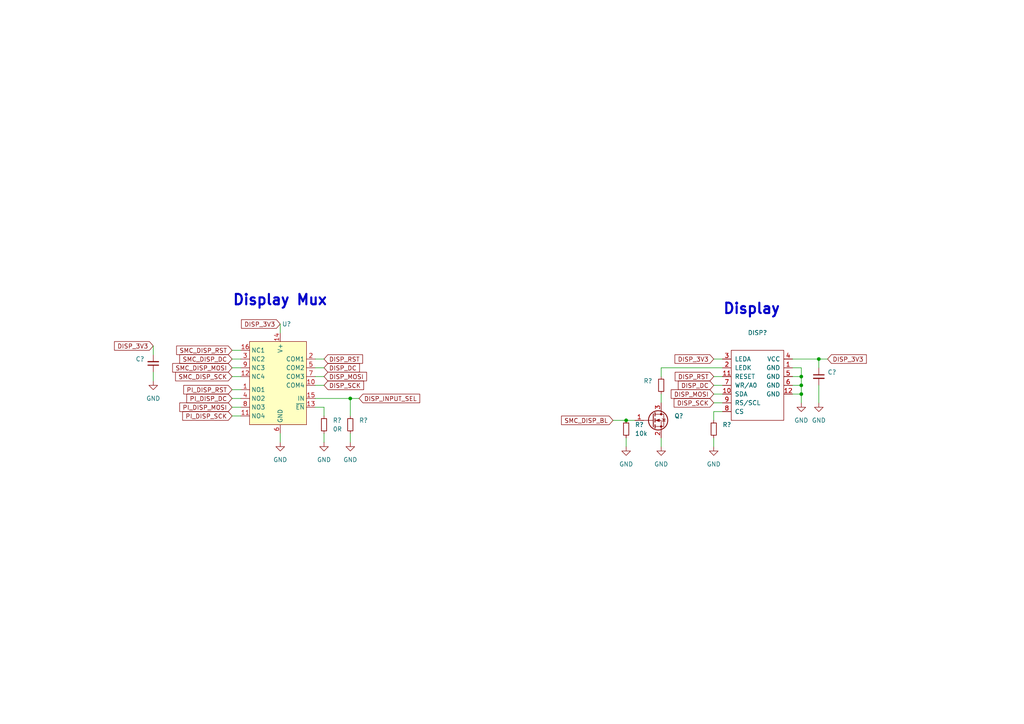
<source format=kicad_sch>
(kicad_sch (version 20211123) (generator eeschema)
  (paper "A4")
  (lib_symbols
    (symbol "Device:C_Small" (pin_numbers hide) (pin_names (offset 0.254) hide)
      (property "Reference" "C" (at 0.254 1.778 0))
      (property "Value" "C_Small" (at 0.254 -2.032 0))
      (symbol "C_Small_0_1"
        (polyline (pts (xy -1.524 -0.508) (xy 1.524 -0.508)) (stroke (width 0.3302)))
        (polyline (pts (xy -1.524 0.508) (xy 1.524 0.508)) (stroke (width 0.3048)))
      )
      (symbol "C_Small_1_1"
        (pin passive line (at 0 2.54 270) (length 2.032) (name "~") (number "1"))
        (pin passive line (at 0 -2.54 90) (length 2.032) (name "~") (number "2"))
      )
    )
    (symbol "Device:R_Small" (pin_numbers hide) (pin_names (offset 0.254) hide)
      (property "Reference" "R" (at 0.762 0.508 0))
      (property "Value" "R_Small" (at 0.762 -1.016 0))
      (symbol "R_Small_0_1"
        (rectangle (start -0.762 1.778) (end 0.762 -1.778) (stroke (width 0.2032)))
      )
      (symbol "R_Small_1_1"
        (pin passive line (at 0 2.54 270) (length 0.762) (name "~") (number "1"))
        (pin passive line (at 0 -2.54 90) (length 0.762) (name "~") (number "2"))
      )
    )
    (symbol "Transistor_FET:BSS138" (pin_names hide)
      (property "Reference" "Q" (at 5.08 1.905 0))
      (property "Value" "BSS138" (at 5.08 0 0))
      (symbol "BSS138_0_1"
        (polyline (pts (xy 0.254 0) (xy -2.54 0)))
        (polyline (pts (xy 0.254 1.905) (xy 0.254 -1.905)) (stroke (width 0.254)))
        (polyline (pts (xy 0.762 -1.27) (xy 0.762 -2.286)) (stroke (width 0.254)))
        (polyline (pts (xy 0.762 0.508) (xy 0.762 -0.508)) (stroke (width 0.254)))
        (polyline (pts (xy 0.762 2.286) (xy 0.762 1.27)) (stroke (width 0.254)))
        (polyline (pts (xy 2.54 2.54) (xy 2.54 1.778)))
        (polyline (pts (xy 2.54 -2.54) (xy 2.54 0) (xy 0.762 0)))
        (polyline (pts (xy 0.762 -1.778) (xy 3.302 -1.778) (xy 3.302 1.778) (xy 0.762 1.778)))
        (polyline (pts (xy 1.016 0) (xy 2.032 0.381) (xy 2.032 -0.381) (xy 1.016 0)) (fill (type outline)))
        (polyline (pts (xy 2.794 0.508) (xy 2.921 0.381) (xy 3.683 0.381) (xy 3.81 0.254)))
        (polyline (pts (xy 3.302 0.381) (xy 2.921 -0.254) (xy 3.683 -0.254) (xy 3.302 0.381)))
        (circle (center 1.651 0) (radius 2.794) (stroke (width 0.254)))
        (circle (center 2.54 -1.778) (radius 0.254) (fill (type outline)))
        (circle (center 2.54 1.778) (radius 0.254) (fill (type outline)))
      )
      (symbol "BSS138_1_1"
        (pin input line (at -5.08 0 0) (length 2.54) (name "G") (number "1"))
        (pin passive line (at 2.54 -5.08 90) (length 2.54) (name "S") (number "2"))
        (pin passive line (at 2.54 5.08 270) (length 2.54) (name "D") (number "3"))
      )
    )
    (symbol "gigahawk:STP240320_0200B" (pin_names (offset 1.016))
      (property "Reference" "DISP" (at 0 1.27 0))
      (property "Value" "STP240320_0200B" (at 1.27 3.81 0))
      (symbol "STP240320_0200B_0_1"
        (rectangle (start -7.62 0) (end 7.62 -20.32))
      )
      (symbol "STP240320_0200B_1_1"
        (pin input line (at -10.16 -5.08 0) (length 2.54) (name "GND") (number "1"))
        (pin input line (at 10.16 -12.7 180) (length 2.54) (name "SDA") (number "10"))
        (pin input line (at 10.16 -7.62 180) (length 2.54) (name "RESET") (number "11"))
        (pin input line (at -10.16 -12.7 0) (length 2.54) (name "GND") (number "12"))
        (pin input line (at 10.16 -5.08 180) (length 2.54) (name "LEDK") (number "2"))
        (pin input line (at 10.16 -2.54 180) (length 2.54) (name "LEDA") (number "3"))
        (pin input line (at -10.16 -2.54 0) (length 2.54) (name "VCC") (number "4"))
        (pin input line (at -10.16 -7.62 0) (length 2.54) (name "GND") (number "5"))
        (pin input line (at -10.16 -10.16 0) (length 2.54) (name "GND") (number "6"))
        (pin input line (at 10.16 -10.16 180) (length 2.54) (name "WR/A0") (number "7"))
        (pin input line (at 10.16 -17.78 180) (length 2.54) (name "CS") (number "8"))
        (pin input line (at 10.16 -15.24 180) (length 2.54) (name "RS/SCL") (number "9"))
      )
    )
    (symbol "lcsc:TS3A5018RSVR"
      (property "Reference" "U?" (at 7.62 13.97 0))
      (property "Value" "TS3A5018RSVR" (at 7.62 -12.7 0))
      (symbol "TS3A5018RSVR_0_1"
        (rectangle (start -7.62 12.7) (end 8.89 -11.43) (fill (type background)))
        (pin unspecified line (at 11.43 -1.27 180) (length 2.54) (name "NO1") (number "1"))
        (pin unspecified line (at -10.16 0 0) (length 2.54) (name "COM4") (number "10"))
        (pin unspecified line (at 11.43 -8.89 180) (length 2.54) (name "NO4") (number "11"))
        (pin unspecified line (at 11.43 2.54 180) (length 2.54) (name "NC4") (number "12"))
        (pin unspecified line (at -10.16 -6.35 0) (length 2.54) (name "~{EN}") (number "13"))
        (pin unspecified line (at 0 15.24 270) (length 2.54) (name "V+") (number "14"))
        (pin unspecified line (at -10.16 -3.81 0) (length 2.54) (name "IN") (number "15"))
        (pin unspecified line (at 11.43 10.16 180) (length 2.54) (name "NC1") (number "16"))
        (pin unspecified line (at -10.16 7.62 0) (length 2.54) (name "COM1") (number "2"))
        (pin unspecified line (at 11.43 7.62 180) (length 2.54) (name "NC2") (number "3"))
        (pin unspecified line (at 11.43 -3.81 180) (length 2.54) (name "NO2") (number "4"))
        (pin unspecified line (at -10.16 5.08 0) (length 2.54) (name "COM2") (number "5"))
        (pin unspecified line (at 0 -13.97 90) (length 2.54) (name "GND") (number "6"))
        (pin unspecified line (at -10.16 2.54 0) (length 2.54) (name "COM3") (number "7"))
        (pin unspecified line (at 11.43 -6.35 180) (length 2.54) (name "NO3") (number "8"))
        (pin unspecified line (at 11.43 5.08 180) (length 2.54) (name "NC3") (number "9"))
      )
    )
    (symbol "power:GND" (power) (pin_names (offset 0))
      (property "Value" "GND" (at 0 -3.81 0))
      (symbol "GND_0_1"
        (polyline (pts (xy 0 0) (xy 0 -1.27) (xy 1.27 -1.27) (xy 0 -2.54) (xy -1.27 -1.27) (xy 0 -1.27)))
      )
      (symbol "GND_1_1"
        (pin power_in line (at 0 0 270) (length 0) hide (name "GND") (number "1"))
      )
    )
  )
  (junction (at 232.41 109.22))
  (junction (at 237.49 104.14))
  (junction (at 232.41 114.3))
  (junction (at 232.41 111.76))
  (junction (at 101.6 115.57))
  (junction (at 181.61 121.92))
  (wire (pts (xy 67.31 106.68) (xy 69.85 106.68)))
  (wire (pts (xy 229.87 109.22) (xy 232.41 109.22)))
  (wire (pts (xy 181.61 121.92) (xy 184.15 121.92)))
  (wire (pts (xy 93.98 120.65) (xy 93.98 118.11)))
  (wire (pts (xy 93.98 118.11) (xy 91.44 118.11)))
  (wire (pts (xy 191.77 127) (xy 191.77 129.54)))
  (wire (pts (xy 207.01 114.3) (xy 209.55 114.3)))
  (wire (pts (xy 207.01 111.76) (xy 209.55 111.76)))
  (wire (pts (xy 232.41 111.76) (xy 232.41 114.3)))
  (wire (pts (xy 232.41 106.68) (xy 232.41 109.22)))
  (wire (pts (xy 232.41 116.84) (xy 232.41 114.3)))
  (wire (pts (xy 101.6 120.65) (xy 101.6 115.57)))
  (wire (pts (xy 101.6 115.57) (xy 91.44 115.57)))
  (wire (pts (xy 67.31 109.22) (xy 69.85 109.22)))
  (wire (pts (xy 191.77 114.3) (xy 191.77 116.84)))
  (wire (pts (xy 67.31 101.6) (xy 69.85 101.6)))
  (wire (pts (xy 93.98 125.73) (xy 93.98 128.27)))
  (wire (pts (xy 67.31 118.11) (xy 69.85 118.11)))
  (wire (pts (xy 237.49 111.76) (xy 237.49 116.84)))
  (wire (pts (xy 91.44 104.14) (xy 93.98 104.14)))
  (wire (pts (xy 91.44 111.76) (xy 93.98 111.76)))
  (wire (pts (xy 237.49 104.14) (xy 237.49 106.68)))
  (wire (pts (xy 81.28 93.98) (xy 81.28 96.52)))
  (wire (pts (xy 67.31 115.57) (xy 69.85 115.57)))
  (wire (pts (xy 207.01 109.22) (xy 209.55 109.22)))
  (wire (pts (xy 191.77 106.68) (xy 191.77 109.22)))
  (wire (pts (xy 209.55 106.68) (xy 191.77 106.68)))
  (wire (pts (xy 91.44 109.22) (xy 93.98 109.22)))
  (wire (pts (xy 237.49 104.14) (xy 240.03 104.14)))
  (wire (pts (xy 81.28 125.73) (xy 81.28 128.27)))
  (wire (pts (xy 44.45 107.95) (xy 44.45 110.49)))
  (wire (pts (xy 67.31 104.14) (xy 69.85 104.14)))
  (wire (pts (xy 101.6 115.57) (xy 104.14 115.57)))
  (wire (pts (xy 44.45 100.33) (xy 44.45 102.87)))
  (wire (pts (xy 232.41 109.22) (xy 232.41 111.76)))
  (wire (pts (xy 207.01 127) (xy 207.01 129.54)))
  (wire (pts (xy 207.01 119.38) (xy 207.01 121.92)))
  (wire (pts (xy 232.41 114.3) (xy 229.87 114.3)))
  (wire (pts (xy 229.87 111.76) (xy 232.41 111.76)))
  (wire (pts (xy 67.31 113.03) (xy 69.85 113.03)))
  (wire (pts (xy 177.8 121.92) (xy 181.61 121.92)))
  (wire (pts (xy 209.55 119.38) (xy 207.01 119.38)))
  (wire (pts (xy 207.01 104.14) (xy 209.55 104.14)))
  (wire (pts (xy 101.6 125.73) (xy 101.6 128.27)))
  (wire (pts (xy 229.87 106.68) (xy 232.41 106.68)))
  (wire (pts (xy 207.01 116.84) (xy 209.55 116.84)))
  (wire (pts (xy 67.31 120.65) (xy 69.85 120.65)))
  (wire (pts (xy 181.61 127) (xy 181.61 129.54)))
  (wire (pts (xy 229.87 104.14) (xy 237.49 104.14)))
  (wire (pts (xy 91.44 106.68) (xy 93.98 106.68)))
  (text "Display Mux" (at 67.31 88.9 0) (effects (font (size 3 3) (thickness 0.6) bold) (justify left bottom)))
  (text "Display" (at 209.55 91.44 0) (effects (font (size 3 3) (thickness 0.6) bold) (justify left bottom)))
  (global_label "DISP_MOSI" (shape input) (at 207.01 114.3 180) (property "Intersheet References" "${INTERSHEET_REFS}" (effects hide)))
  (global_label "SMC_DISP_RST" (shape input) (at 67.31 101.6 180) (property "Intersheet References" "${INTERSHEET_REFS}" (effects hide)))
  (global_label "DISP_INPUT_SEL" (shape input) (at 104.14 115.57 0) (property "Intersheet References" "${INTERSHEET_REFS}" (effects hide)))
  (global_label "PI_DISP_MOSI" (shape input) (at 67.31 118.11 180) (property "Intersheet References" "${INTERSHEET_REFS}" (effects hide)))
  (global_label "DISP_MOSI" (shape input) (at 93.98 109.22 0) (property "Intersheet References" "${INTERSHEET_REFS}" (effects hide)))
  (global_label "DISP_RST" (shape input) (at 93.98 104.14 0) (property "Intersheet References" "${INTERSHEET_REFS}" (effects hide)))
  (global_label "DISP_SCK" (shape input) (at 207.01 116.84 180) (property "Intersheet References" "${INTERSHEET_REFS}" (effects hide)))
  (global_label "DISP_3V3" (shape input) (at 81.28 93.98 180) (property "Intersheet References" "${INTERSHEET_REFS}" (effects hide)))
  (global_label "SMC_DISP_MOSI" (shape input) (at 67.31 106.68 180) (property "Intersheet References" "${INTERSHEET_REFS}" (effects hide)))
  (global_label "DISP_3V3" (shape input) (at 207.01 104.14 180) (property "Intersheet References" "${INTERSHEET_REFS}" (effects hide)))
  (global_label "DISP_3V3" (shape input) (at 240.03 104.14 0) (property "Intersheet References" "${INTERSHEET_REFS}" (effects hide)))
  (global_label "DISP_RST" (shape input) (at 207.01 109.22 180) (property "Intersheet References" "${INTERSHEET_REFS}" (effects hide)))
  (global_label "PI_DISP_RST" (shape input) (at 67.31 113.03 180) (property "Intersheet References" "${INTERSHEET_REFS}" (effects hide)))
  (global_label "SMC_DISP_BL" (shape input) (at 177.8 121.92 180) (property "Intersheet References" "${INTERSHEET_REFS}" (effects hide)))
  (global_label "SMC_DISP_SCK" (shape input) (at 67.31 109.22 180) (property "Intersheet References" "${INTERSHEET_REFS}" (effects hide)))
  (global_label "DISP_DC" (shape input) (at 93.98 106.68 0) (property "Intersheet References" "${INTERSHEET_REFS}" (effects hide)))
  (global_label "SMC_DISP_DC" (shape input) (at 67.31 104.14 180) (property "Intersheet References" "${INTERSHEET_REFS}" (effects hide)))
  (global_label "DISP_SCK" (shape input) (at 93.98 111.76 0) (property "Intersheet References" "${INTERSHEET_REFS}" (effects hide)))
  (global_label "DISP_DC" (shape input) (at 207.01 111.76 180) (property "Intersheet References" "${INTERSHEET_REFS}" (effects hide)))
  (global_label "PI_DISP_SCK" (shape input) (at 67.31 120.65 180) (property "Intersheet References" "${INTERSHEET_REFS}" (effects hide)))
  (global_label "DISP_3V3" (shape input) (at 44.45 100.33 180) (property "Intersheet References" "${INTERSHEET_REFS}" (effects hide)))
  (global_label "PI_DISP_DC" (shape input) (at 67.31 115.57 180) (property "Intersheet References" "${INTERSHEET_REFS}" (effects hide)))
  (symbol (lib_id "lcsc:TS3A5018RSVR") (at 81.28 111.76 0) (mirror y) (unit 1)
    (property "Reference" "U?" (at 81.8006 93.98 0) (effects (justify right)))
    (property "Datasheet" "https://lcsc.com/product-detail/Analog-Switches_TI_TS3A5018RSVR_TS3A5018RSVR_C201641.html" (effects hide))
    (property "Manufacturer" "Texas Instruments" (effects hide))
    (property "LCSC Part" "C201641" (effects hide))
    (property "JLC Part" "Extended Part" (effects hide))
  )
  (symbol (lib_id "power:GND") (at 237.49 116.84 0) (unit 1)
    (property "Reference" "#PWR?" (effects hide))
    (property "Value" "GND" (at 237.49 121.92 0))
  )
  (symbol (lib_id "power:GND") (at 81.28 128.27 0) (unit 1)
    (property "Reference" "#PWR?" (effects hide))
    (property "Value" "GND" (at 81.28 133.35 0))
  )
  (symbol (lib_id "Device:R_Small") (at 191.77 111.76 0) (mirror x) (unit 1)
    (property "Reference" "R?" (at 189.23 110.4899 0) (effects (justify right)))
  )
  (symbol (lib_id "Device:R_Small") (at 101.6 123.19 180) (unit 1)
    (property "Reference" "R?" (at 104.14 121.9199 0) (effects (justify right)))
  )
  (symbol (lib_id "power:GND") (at 191.77 129.54 0) (unit 1)
    (property "Reference" "#PWR?" (effects hide))
    (property "Value" "GND" (at 191.77 134.62 0))
  )
  (symbol (lib_id "power:GND") (at 232.41 116.84 0) (unit 1)
    (property "Reference" "#PWR?" (effects hide))
  )
  (symbol (lib_id "power:GND") (at 207.01 129.54 0) (unit 1)
    (property "Reference" "#PWR?" (effects hide))
  )
  (symbol (lib_id "gigahawk:STP240320_0200B") (at 219.71 101.6 0) (mirror y) (unit 1)
    (property "Reference" "DISP?" (at 219.71 96.52 0))
  )
  (symbol (lib_id "power:GND") (at 181.61 129.54 0) (unit 1)
    (property "Reference" "#PWR?" (effects hide))
    (property "Value" "GND" (at 181.61 134.62 0))
  )
  (symbol (lib_id "Device:R_Small") (at 181.61 124.46 180) (unit 1)
    (property "Reference" "R?" (at 184.15 123.1899 0) (effects (justify right)))
    (property "Value" "10k" (at 184.15 125.7299 0) (effects (justify right)))
  )
  (symbol (lib_id "power:GND") (at 93.98 128.27 0) (unit 1)
    (property "Reference" "#PWR?" (effects hide))
    (property "Value" "GND" (at 93.98 133.35 0))
  )
  (symbol (lib_id "Device:R_Small") (at 207.01 124.46 0) (unit 1)
    (property "Reference" "R?" (at 209.55 123.1899 0) (effects (justify left)))
  )
  (symbol (lib_id "power:GND") (at 101.6 128.27 0) (unit 1)
    (property "Reference" "#PWR?" (effects hide))
    (property "Value" "GND" (at 101.6 133.35 0))
  )
  (symbol (lib_id "Device:C_Small") (at 237.49 109.22 0) (unit 1)
    (property "Reference" "C?" (at 240.03 107.9562 0) (effects (justify left)))
  )
  (symbol (lib_id "Device:R_Small") (at 93.98 123.19 180) (unit 1)
    (property "Reference" "R?" (at 96.52 121.9199 0) (effects (justify right)))
    (property "Value" "0R" (at 96.52 124.4599 0) (effects (justify right)))
  )
  (symbol (lib_id "Device:C_Small") (at 44.45 105.41 0) (mirror x) (unit 1)
    (property "Reference" "C?" (at 41.91 104.1335 0) (effects (justify right)))
  )
  (symbol (lib_id "Transistor_FET:BSS138") (at 189.23 121.92 0) (unit 1)
    (property "Reference" "Q?" (at 195.58 120.6499 0) (effects (justify left)))
    (property "Datasheet" "https://www.onsemi.com/pub/Collateral/BSS138-D.PDF" (effects hide))
  )
  (symbol (lib_id "power:GND") (at 44.45 110.49 0) (unit 1)
    (property "Reference" "#PWR?" (effects hide))
    (property "Value" "GND" (at 44.45 115.57 0))
  )
)
</source>
